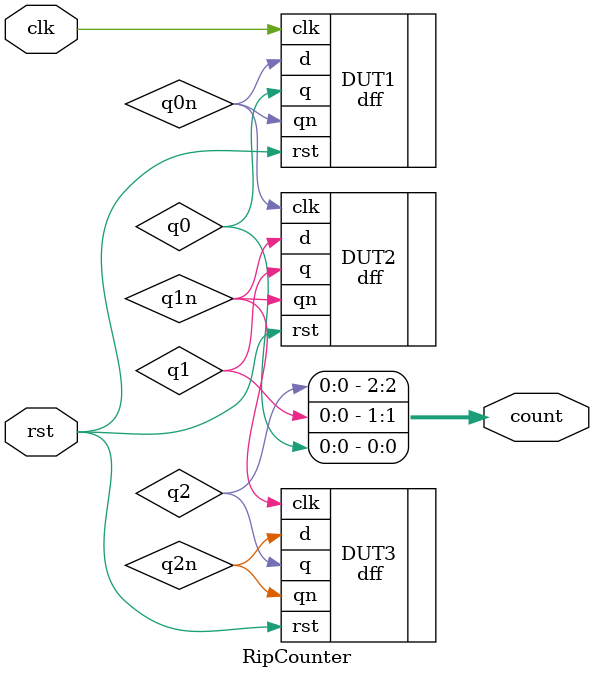
<source format=v>
module RipCounter (input clk, input rst, output [2:0] count);
	wire q0;
	wire q0n;
	wire q1;
	wire q1n;
	wire q2;
	wire q2n;
	dff DUT1 (.clk(clk), .rst(rst), .d(q0n), .q(q0), .qn(q0n));
	dff DUT2 (.clk(q0n), .rst(rst), .d(q1n), .q(q1), .qn(q1n));
	dff DUT3 (.clk(q1n), .rst(rst), .d(q2n), .q(q2), .qn(q2n));
	assign count = {q2, q1, q0};
endmodule
</source>
